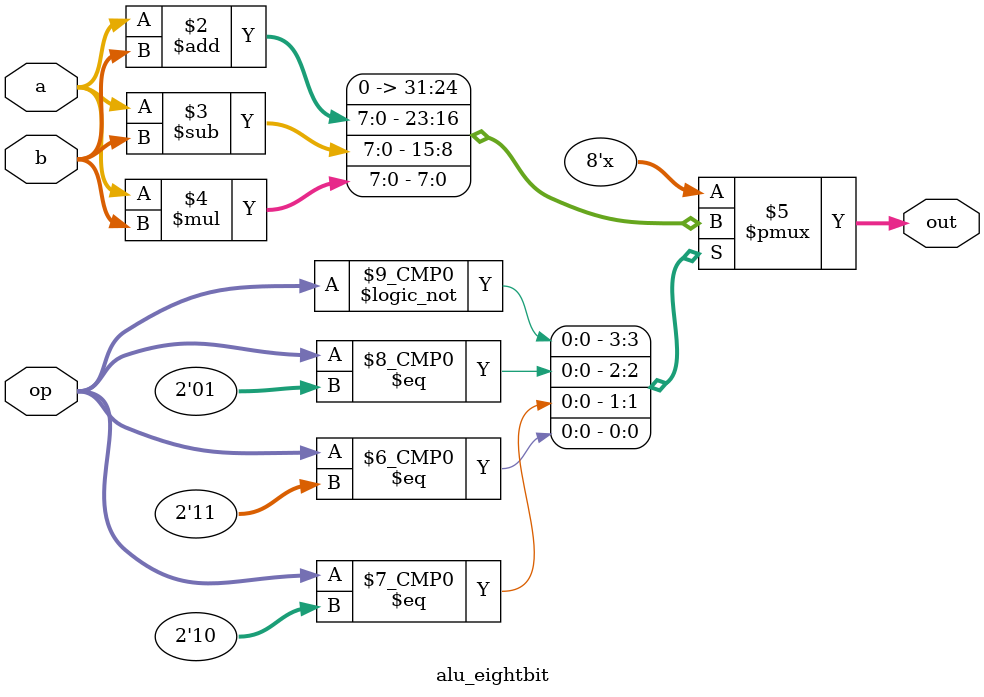
<source format=v>
module alu_eightbit (
input [7:0] a,b,
input [1:0] op,
output reg [7:0] out);

always@(*) 
begin
case(op)
2'b00: out=0;
2'b01: out=a+b;
2'b10: out=a-b;
2'b11: out=a*b;
default :out=0;
endcase
end 
endmodule
</source>
